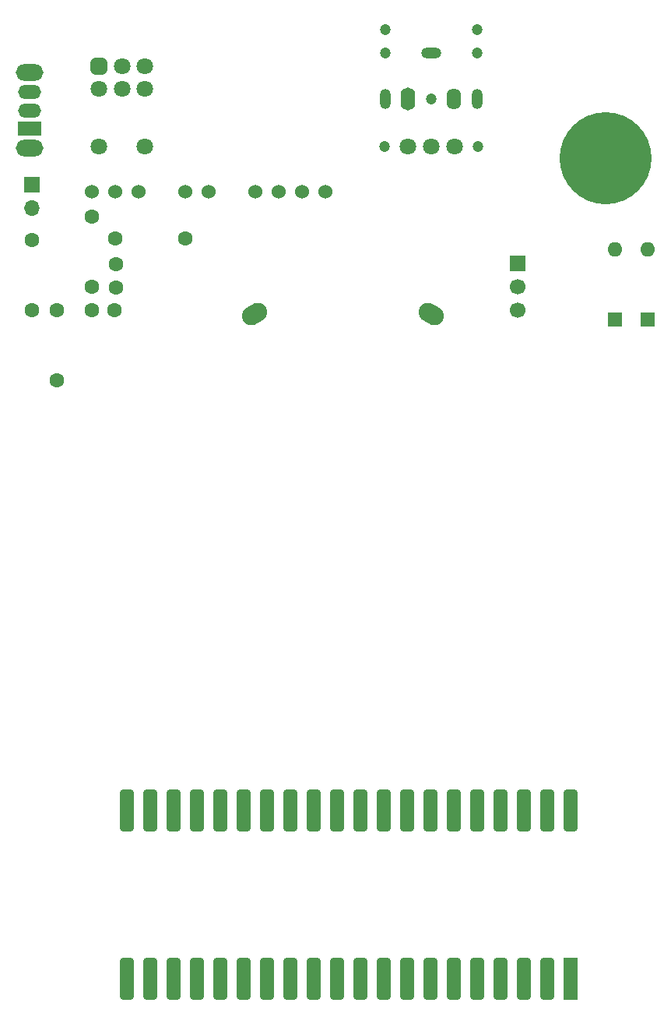
<source format=gbr>
%TF.GenerationSoftware,KiCad,Pcbnew,9.0.4*%
%TF.CreationDate,2025-09-18T23:21:34+02:00*%
%TF.ProjectId,X-DaysSynth,582d4461-7973-4537-996e-74682e6b6963,0.4*%
%TF.SameCoordinates,Original*%
%TF.FileFunction,Soldermask,Bot*%
%TF.FilePolarity,Negative*%
%FSLAX46Y46*%
G04 Gerber Fmt 4.6, Leading zero omitted, Abs format (unit mm)*
G04 Created by KiCad (PCBNEW 9.0.4) date 2025-09-18 23:21:34*
%MOMM*%
%LPD*%
G01*
G04 APERTURE LIST*
G04 Aperture macros list*
%AMRoundRect*
0 Rectangle with rounded corners*
0 $1 Rounding radius*
0 $2 $3 $4 $5 $6 $7 $8 $9 X,Y pos of 4 corners*
0 Add a 4 corners polygon primitive as box body*
4,1,4,$2,$3,$4,$5,$6,$7,$8,$9,$2,$3,0*
0 Add four circle primitives for the rounded corners*
1,1,$1+$1,$2,$3*
1,1,$1+$1,$4,$5*
1,1,$1+$1,$6,$7*
1,1,$1+$1,$8,$9*
0 Add four rect primitives between the rounded corners*
20,1,$1+$1,$2,$3,$4,$5,0*
20,1,$1+$1,$4,$5,$6,$7,0*
20,1,$1+$1,$6,$7,$8,$9,0*
20,1,$1+$1,$8,$9,$2,$3,0*%
%AMHorizOval*
0 Thick line with rounded ends*
0 $1 width*
0 $2 $3 position (X,Y) of the first rounded end (center of the circle)*
0 $4 $5 position (X,Y) of the second rounded end (center of the circle)*
0 Add line between two ends*
20,1,$1,$2,$3,$4,$5,0*
0 Add two circle primitives to create the rounded ends*
1,1,$1,$2,$3*
1,1,$1,$4,$5*%
G04 Aperture macros list end*
%ADD10R,1.700000X1.700000*%
%ADD11O,1.700000X1.700000*%
%ADD12C,1.200000*%
%ADD13C,1.800000*%
%ADD14O,2.200000X1.200000*%
%ADD15O,1.200000X2.200000*%
%ADD16O,1.600000X2.300000*%
%ADD17O,1.600000X2.500000*%
%ADD18C,1.600000*%
%ADD19C,1.700000*%
%ADD20R,1.600000X1.600000*%
%ADD21O,1.600000X1.600000*%
%ADD22C,10.000000*%
%ADD23R,1.524000X4.572000*%
%ADD24RoundRect,0.381000X0.381000X1.905000X-0.381000X1.905000X-0.381000X-1.905000X0.381000X-1.905000X0*%
%ADD25C,1.524000*%
%ADD26RoundRect,0.450000X0.450000X-0.450000X0.450000X0.450000X-0.450000X0.450000X-0.450000X-0.450000X0*%
%ADD27O,3.000000X1.800000*%
%ADD28R,2.500000X1.500000*%
%ADD29O,2.500000X1.500000*%
%ADD30HorizOval,2.032000X0.354204X0.204500X-0.354204X-0.204500X0*%
%ADD31HorizOval,2.032000X0.354204X-0.204500X-0.354204X0.204500X0*%
G04 APERTURE END LIST*
D10*
%TO.C,J9*%
X106553000Y-63881000D03*
D11*
X106553000Y-66421000D03*
%TD*%
D12*
%TO.C,J3*%
X155016200Y-59715400D03*
X154936200Y-49555400D03*
X154936200Y-47055400D03*
X149936200Y-54555400D03*
X144936200Y-49555400D03*
X144936200Y-47055400D03*
X144856200Y-59715400D03*
D13*
X149936200Y-59715400D03*
D14*
X149936200Y-49555400D03*
D13*
X147396200Y-59715400D03*
X152476200Y-59715400D03*
D15*
X154936200Y-54555400D03*
D16*
X152436200Y-54555400D03*
D15*
X144936200Y-54555400D03*
D17*
X147436200Y-54555400D03*
%TD*%
D18*
%TO.C,R3*%
X113030000Y-67310000D03*
X113030000Y-74930000D03*
%TD*%
%TO.C,C1*%
X113030000Y-77470000D03*
X115530000Y-77470000D03*
%TD*%
D10*
%TO.C,J4*%
X159385000Y-72390000D03*
D19*
X159385000Y-74930000D03*
X159385000Y-77470000D03*
%TD*%
D18*
%TO.C,R2*%
X106553000Y-69850000D03*
X106553000Y-77470000D03*
%TD*%
%TO.C,R8*%
X123190000Y-69723000D03*
X115570000Y-69723000D03*
%TD*%
D20*
%TO.C,D2*%
X169926000Y-78486000D03*
D21*
X169926000Y-70866000D03*
%TD*%
D18*
%TO.C,R1*%
X109220000Y-77470000D03*
X109220000Y-85090000D03*
%TD*%
D20*
%TO.C,D1*%
X173482000Y-78501000D03*
D21*
X173482000Y-70881000D03*
%TD*%
D22*
%TO.C,J1*%
X168910000Y-60960000D03*
%TD*%
D18*
%TO.C,C2*%
X115697000Y-72537000D03*
X115697000Y-75037000D03*
%TD*%
D23*
%TO.C,U1*%
X165100000Y-150114000D03*
D24*
X162559999Y-150114000D03*
X160020000Y-150114000D03*
X157479999Y-150114000D03*
X154940000Y-150114000D03*
X152399999Y-150114000D03*
X149860000Y-150114000D03*
X147320000Y-150114001D03*
X144780000Y-150114000D03*
X142240000Y-150114000D03*
X139700000Y-150114000D03*
X137160000Y-150114000D03*
X134620000Y-150114001D03*
X132080000Y-150114000D03*
X129540000Y-150114001D03*
X127000000Y-150114000D03*
X124460000Y-150114001D03*
X121920000Y-150114000D03*
X119380000Y-150114001D03*
X116840000Y-150114000D03*
X116840000Y-131826000D03*
X119380001Y-131826000D03*
X121920000Y-131826000D03*
X124460001Y-131826000D03*
X127000000Y-131826000D03*
X129540001Y-131826000D03*
X132080000Y-131826000D03*
X134620000Y-131825999D03*
X137160000Y-131826000D03*
X139700000Y-131826000D03*
X142240000Y-131826000D03*
X144780000Y-131826000D03*
X147320000Y-131825999D03*
X149860000Y-131826000D03*
X152400000Y-131825999D03*
X154940000Y-131826000D03*
X157480000Y-131825999D03*
X160020000Y-131826000D03*
X162560000Y-131825999D03*
X165100000Y-131826000D03*
%TD*%
D25*
%TO.C,AMP1*%
X138478447Y-64641500D03*
X135938447Y-64641500D03*
X133398447Y-64641500D03*
X130858447Y-64641500D03*
X125778447Y-64641500D03*
X123238447Y-64641500D03*
X118158447Y-64641500D03*
X115618447Y-64641500D03*
X113078447Y-64641500D03*
D26*
X113840447Y-50965500D03*
D13*
X116340447Y-50965500D03*
X118840447Y-50965500D03*
X113840447Y-53465500D03*
X116340448Y-53465500D03*
X118840447Y-53465500D03*
X113840447Y-59739300D03*
X118840447Y-59739300D03*
%TD*%
D27*
%TO.C,J2*%
X106299000Y-59885000D03*
X106299000Y-51685000D03*
D28*
X106299000Y-57785000D03*
D29*
X106299000Y-55785000D03*
X106299000Y-53785000D03*
%TD*%
D30*
%TO.C,LS1*%
X130715000Y-77929096D03*
D31*
X149987000Y-77929096D03*
%TD*%
M02*

</source>
